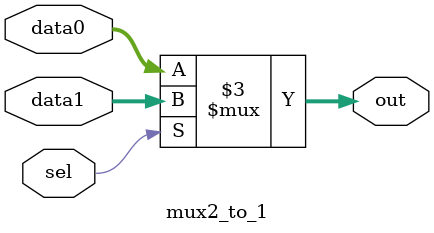
<source format=v>
module mux2_to_1(data0, data1, sel, out);

input [15:0] data0, data1;
input sel;

output reg [15:0] out;

always @(*)
 if(sel) out <= data1;
 else out <= data0;

endmodule

</source>
